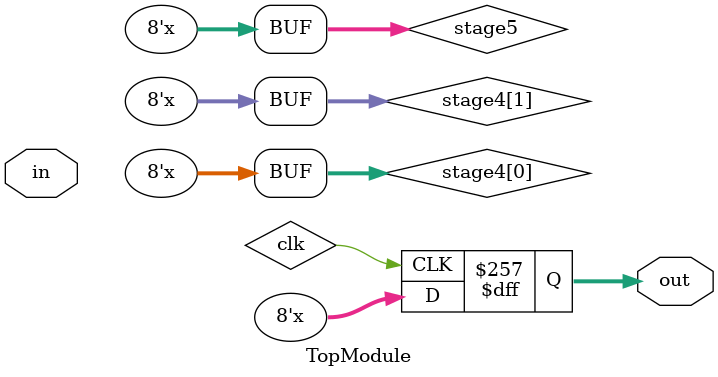
<source format=sv>

module TopModule (
  input [254:0] in,
  output reg [7:0] out
);
  wire [7:0] stage1 [0:63]; // 64 groups of 4 bits each (256 bits total, but we have 255 bits, so pad one bit)
  wire [7:0] stage2 [0:15];
  wire [7:0] stage3 [0:3];
  wire [7:0] stage4 [0:1];
  wire [7:0] stage5;

  // Stage 1: Count 1s in each 4-bit chunk (255 bits -> 64 chunks, last chunk only 3 bits)
  genvar i;
  generate
    for (i = 0; i < 63; i = i + 1) begin : stage1_gen
      assign stage1[i] = in[i*4 + 3] + in[i*4 + 2] + in[i*4 + 1] + in[i*4];
    end
    // Last chunk (bits 252, 253, 254) -> 3 bits only
    assign stage1[63] = in[254] + in[253] + in[252];
  endgenerate

  // Stage 2: Add stage1 results in groups of 4 (64 -> 16 groups)
  generate
    for (i = 0; i < 16; i = i + 1) begin : stage2_gen
      assign stage2[i] = stage1[i*4] + stage1[i*4 + 1] + stage1[i*4 + 2] + stage1[i*4 + 3];
    end
  endgenerate

  // Stage 3: Add stage2 results in groups of 4 (16 -> 4 groups)
  generate
    for (i = 0; i < 4; i = i + 1) begin : stage3_gen
      assign stage3[i] = stage2[i*4] + stage2[i*4 + 1] + stage2[i*4 + 2] + stage2[i*4 + 3];
    end
  endgenerate

  // Stage 4: Add stage3 results (4 -> 2 groups)
  assign stage4[0] = stage3[0] + stage3[1];
  assign stage4[1] = stage3[2] + stage3[3];

  // Stage 5: Final sum
  assign stage5 = stage4[0] + stage4[1];

  // Output register
  always @(posedge clk) begin
    out <= stage5;
  end
endmodule

</source>
